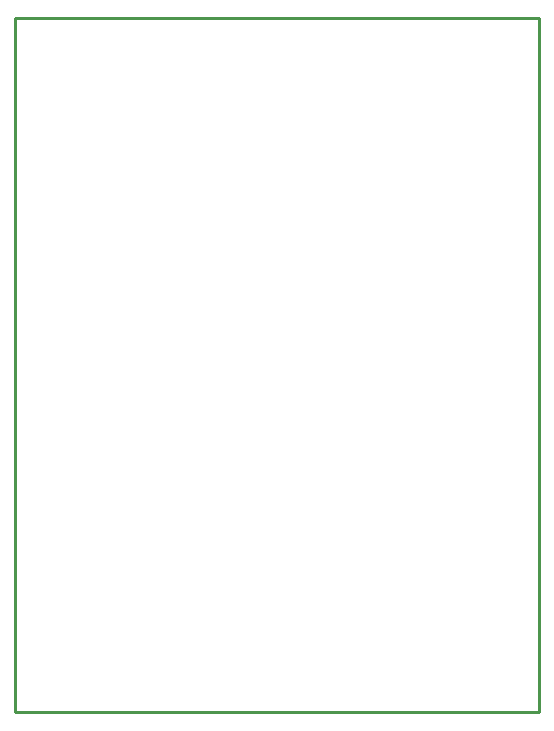
<source format=gbr>
G04 EAGLE Gerber RS-274X export*
G75*
%MOMM*%
%FSLAX34Y34*%
%LPD*%
%IN*%
%IPPOS*%
%AMOC8*
5,1,8,0,0,1.08239X$1,22.5*%
G01*
G04 Define Apertures*
%ADD10C,0.254000*%
D10*
X0Y0D02*
X444300Y0D01*
X444300Y587250D01*
X0Y587250D01*
X0Y0D01*
M02*

</source>
